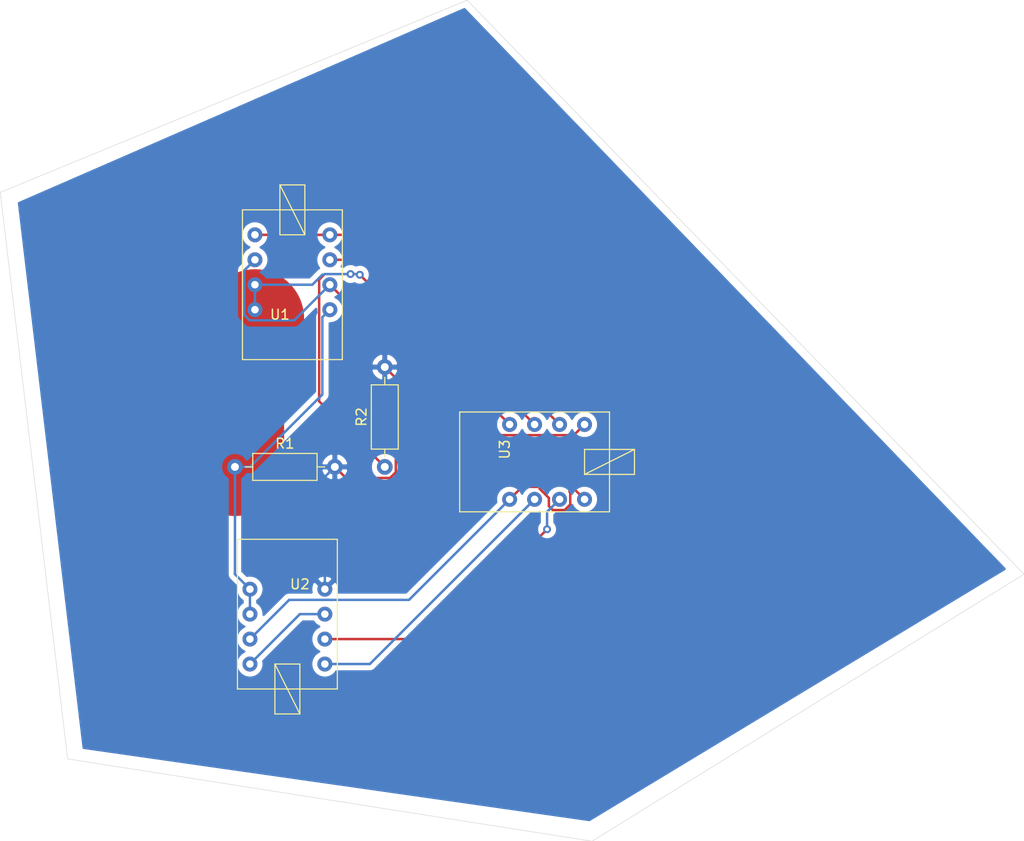
<source format=kicad_pcb>
(kicad_pcb (version 20171130) (host pcbnew "(5.1.9)-1")

  (general
    (thickness 1.6)
    (drawings 5)
    (tracks 71)
    (zones 0)
    (modules 5)
    (nets 10)
  )

  (page A4)
  (layers
    (0 F.Cu signal)
    (31 B.Cu signal)
    (32 B.Adhes user)
    (33 F.Adhes user)
    (34 B.Paste user)
    (35 F.Paste user)
    (36 B.SilkS user)
    (37 F.SilkS user)
    (38 B.Mask user)
    (39 F.Mask user)
    (40 Dwgs.User user)
    (41 Cmts.User user)
    (42 Eco1.User user)
    (43 Eco2.User user)
    (44 Edge.Cuts user)
    (45 Margin user)
    (46 B.CrtYd user)
    (47 F.CrtYd user)
    (48 B.Fab user)
    (49 F.Fab user)
  )

  (setup
    (last_trace_width 10)
    (user_trace_width 10)
    (trace_clearance 0.2)
    (zone_clearance 0.508)
    (zone_45_only no)
    (trace_min 0.2)
    (via_size 0.8)
    (via_drill 0.4)
    (via_min_size 0.4)
    (via_min_drill 0.3)
    (uvia_size 0.3)
    (uvia_drill 0.1)
    (uvias_allowed no)
    (uvia_min_size 0.2)
    (uvia_min_drill 0.1)
    (edge_width 0.05)
    (segment_width 0.2)
    (pcb_text_width 0.3)
    (pcb_text_size 1.5 1.5)
    (mod_edge_width 0.12)
    (mod_text_size 1 1)
    (mod_text_width 0.15)
    (pad_size 1.524 1.524)
    (pad_drill 0.762)
    (pad_to_mask_clearance 0)
    (aux_axis_origin 0 0)
    (visible_elements FFFFFF7F)
    (pcbplotparams
      (layerselection 0x010fc_ffffffff)
      (usegerberextensions false)
      (usegerberattributes true)
      (usegerberadvancedattributes true)
      (creategerberjobfile true)
      (excludeedgelayer true)
      (linewidth 0.100000)
      (plotframeref false)
      (viasonmask false)
      (mode 1)
      (useauxorigin false)
      (hpglpennumber 1)
      (hpglpenspeed 20)
      (hpglpendiameter 15.000000)
      (psnegative false)
      (psa4output false)
      (plotreference true)
      (plotvalue true)
      (plotinvisibletext false)
      (padsonsilk false)
      (subtractmaskfromsilk false)
      (outputformat 1)
      (mirror false)
      (drillshape 0)
      (scaleselection 1)
      (outputdirectory ""))
  )

  (net 0 "")
  (net 1 GND)
  (net 2 "Net-(R1-Pad1)")
  (net 3 "Net-(U1-Pad1)")
  (net 4 "Net-(U1-Pad7)")
  (net 5 "Net-(U1-Pad2)")
  (net 6 "Net-(U2-Pad3)")
  (net 7 "Net-(U2-Pad7)")
  (net 8 4)
  (net 9 1)

  (net_class Default "This is the default net class."
    (clearance 0.2)
    (trace_width 0.25)
    (via_dia 0.8)
    (via_drill 0.4)
    (uvia_dia 0.3)
    (uvia_drill 0.1)
    (add_net 1)
    (add_net 4)
    (add_net GND)
    (add_net "Net-(R1-Pad1)")
    (add_net "Net-(U1-Pad1)")
    (add_net "Net-(U1-Pad2)")
    (add_net "Net-(U1-Pad7)")
    (add_net "Net-(U2-Pad3)")
    (add_net "Net-(U2-Pad7)")
  )

  (module temp_lib:arduino (layer F.Cu) (tedit 6171FB6B) (tstamp 61725977)
    (at 137.16 83.566 270)
    (path /61722814)
    (fp_text reference U3 (at 0 0.5 90) (layer F.SilkS)
      (effects (font (size 1 1) (thickness 0.15)))
    )
    (fp_text value arduino (at 0 -0.5 90) (layer F.Fab)
      (effects (font (size 1 1) (thickness 0.15)))
    )
    (fp_line (start 3.81 -10.16) (end -3.81 -10.16) (layer F.SilkS) (width 0.12))
    (fp_line (start -3.81 -10.16) (end -3.81 5.08) (layer F.SilkS) (width 0.12))
    (fp_line (start -3.81 5.08) (end 6.35 5.08) (layer F.SilkS) (width 0.12))
    (fp_line (start 6.35 5.08) (end 6.35 -10.16) (layer F.SilkS) (width 0.12))
    (fp_line (start 6.35 -10.16) (end 3.81 -10.16) (layer F.SilkS) (width 0.12))
    (fp_line (start 0 -12.7) (end 0 -7.62) (layer F.SilkS) (width 0.12))
    (fp_line (start 0 -7.62) (end 2.54 -7.62) (layer F.SilkS) (width 0.12))
    (fp_line (start 2.54 -7.62) (end 0 -12.7) (layer F.SilkS) (width 0.12))
    (fp_line (start 0 -12.7) (end 2.54 -12.7) (layer F.SilkS) (width 0.12))
    (fp_line (start 2.54 -12.7) (end 2.54 -7.62) (layer F.SilkS) (width 0.12))
    (pad 8 thru_hole circle (at 5.08 -7.62 270) (size 1.524 1.524) (drill 0.762) (layers *.Cu *.Mask)
      (net 7 "Net-(U2-Pad7)"))
    (pad 7 thru_hole circle (at 5.08 -5.08 270) (size 1.524 1.524) (drill 0.762) (layers *.Cu *.Mask)
      (net 8 4))
    (pad 6 thru_hole circle (at 5.08 -2.54 270) (size 1.524 1.524) (drill 0.762) (layers *.Cu *.Mask)
      (net 9 1))
    (pad 5 thru_hole circle (at 5.08 0 270) (size 1.524 1.524) (drill 0.762) (layers *.Cu *.Mask)
      (net 7 "Net-(U2-Pad7)"))
    (pad 4 thru_hole circle (at -2.54 0 270) (size 1.524 1.524) (drill 0.762) (layers *.Cu *.Mask)
      (net 2 "Net-(R1-Pad1)"))
    (pad 3 thru_hole circle (at -2.54 -2.54 270) (size 1.524 1.524) (drill 0.762) (layers *.Cu *.Mask)
      (net 4 "Net-(U1-Pad7)"))
    (pad 2 thru_hole circle (at -2.54 -5.08 270) (size 1.524 1.524) (drill 0.762) (layers *.Cu *.Mask)
      (net 3 "Net-(U1-Pad1)"))
    (pad 1 thru_hole circle (at -2.54 -7.62 270) (size 1.524 1.524) (drill 0.762) (layers *.Cu *.Mask)
      (net 5 "Net-(U1-Pad2)"))
  )

  (module temp_lib:arduino (layer F.Cu) (tedit 6171FB6B) (tstamp 61725961)
    (at 115.824 97.79 180)
    (path /61722C22)
    (fp_text reference U2 (at 0 0.5) (layer F.SilkS)
      (effects (font (size 1 1) (thickness 0.15)))
    )
    (fp_text value arduino (at 0 -0.5) (layer F.Fab)
      (effects (font (size 1 1) (thickness 0.15)))
    )
    (fp_line (start 3.81 -10.16) (end -3.81 -10.16) (layer F.SilkS) (width 0.12))
    (fp_line (start -3.81 -10.16) (end -3.81 5.08) (layer F.SilkS) (width 0.12))
    (fp_line (start -3.81 5.08) (end 6.35 5.08) (layer F.SilkS) (width 0.12))
    (fp_line (start 6.35 5.08) (end 6.35 -10.16) (layer F.SilkS) (width 0.12))
    (fp_line (start 6.35 -10.16) (end 3.81 -10.16) (layer F.SilkS) (width 0.12))
    (fp_line (start 0 -12.7) (end 0 -7.62) (layer F.SilkS) (width 0.12))
    (fp_line (start 0 -7.62) (end 2.54 -7.62) (layer F.SilkS) (width 0.12))
    (fp_line (start 2.54 -7.62) (end 0 -12.7) (layer F.SilkS) (width 0.12))
    (fp_line (start 0 -12.7) (end 2.54 -12.7) (layer F.SilkS) (width 0.12))
    (fp_line (start 2.54 -12.7) (end 2.54 -7.62) (layer F.SilkS) (width 0.12))
    (pad 8 thru_hole circle (at 5.08 -7.62 180) (size 1.524 1.524) (drill 0.762) (layers *.Cu *.Mask)
      (net 6 "Net-(U2-Pad3)"))
    (pad 7 thru_hole circle (at 5.08 -5.08 180) (size 1.524 1.524) (drill 0.762) (layers *.Cu *.Mask)
      (net 7 "Net-(U2-Pad7)"))
    (pad 6 thru_hole circle (at 5.08 -2.54 180) (size 1.524 1.524) (drill 0.762) (layers *.Cu *.Mask)
      (net 2 "Net-(R1-Pad1)"))
    (pad 5 thru_hole circle (at 5.08 0 180) (size 1.524 1.524) (drill 0.762) (layers *.Cu *.Mask)
      (net 2 "Net-(R1-Pad1)"))
    (pad 4 thru_hole circle (at -2.54 0 180) (size 1.524 1.524) (drill 0.762) (layers *.Cu *.Mask)
      (net 1 GND))
    (pad 3 thru_hole circle (at -2.54 -2.54 180) (size 1.524 1.524) (drill 0.762) (layers *.Cu *.Mask)
      (net 6 "Net-(U2-Pad3)"))
    (pad 2 thru_hole circle (at -2.54 -5.08 180) (size 1.524 1.524) (drill 0.762) (layers *.Cu *.Mask)
      (net 8 4))
    (pad 1 thru_hole circle (at -2.54 -7.62 180) (size 1.524 1.524) (drill 0.762) (layers *.Cu *.Mask)
      (net 9 1))
  )

  (module temp_lib:arduino (layer F.Cu) (tedit 6171FB6B) (tstamp 6172594B)
    (at 113.792 69.342)
    (path /61721D2F)
    (fp_text reference U1 (at 0 0.5) (layer F.SilkS)
      (effects (font (size 1 1) (thickness 0.15)))
    )
    (fp_text value arduino (at 0 -0.5) (layer F.Fab)
      (effects (font (size 1 1) (thickness 0.15)))
    )
    (fp_line (start 3.81 -10.16) (end -3.81 -10.16) (layer F.SilkS) (width 0.12))
    (fp_line (start -3.81 -10.16) (end -3.81 5.08) (layer F.SilkS) (width 0.12))
    (fp_line (start -3.81 5.08) (end 6.35 5.08) (layer F.SilkS) (width 0.12))
    (fp_line (start 6.35 5.08) (end 6.35 -10.16) (layer F.SilkS) (width 0.12))
    (fp_line (start 6.35 -10.16) (end 3.81 -10.16) (layer F.SilkS) (width 0.12))
    (fp_line (start 0 -12.7) (end 0 -7.62) (layer F.SilkS) (width 0.12))
    (fp_line (start 0 -7.62) (end 2.54 -7.62) (layer F.SilkS) (width 0.12))
    (fp_line (start 2.54 -7.62) (end 0 -12.7) (layer F.SilkS) (width 0.12))
    (fp_line (start 0 -12.7) (end 2.54 -12.7) (layer F.SilkS) (width 0.12))
    (fp_line (start 2.54 -12.7) (end 2.54 -7.62) (layer F.SilkS) (width 0.12))
    (pad 8 thru_hole circle (at 5.08 -7.62) (size 1.524 1.524) (drill 0.762) (layers *.Cu *.Mask)
      (net 3 "Net-(U1-Pad1)"))
    (pad 7 thru_hole circle (at 5.08 -5.08) (size 1.524 1.524) (drill 0.762) (layers *.Cu *.Mask)
      (net 4 "Net-(U1-Pad7)"))
    (pad 6 thru_hole circle (at 5.08 -2.54) (size 1.524 1.524) (drill 0.762) (layers *.Cu *.Mask)
      (net 5 "Net-(U1-Pad2)"))
    (pad 5 thru_hole circle (at 5.08 0) (size 1.524 1.524) (drill 0.762) (layers *.Cu *.Mask)
      (net 2 "Net-(R1-Pad1)"))
    (pad 4 thru_hole circle (at -2.54 0) (size 1.524 1.524) (drill 0.762) (layers *.Cu *.Mask)
      (net 2 "Net-(R1-Pad1)"))
    (pad 3 thru_hole circle (at -2.54 -2.54) (size 1.524 1.524) (drill 0.762) (layers *.Cu *.Mask)
      (net 2 "Net-(R1-Pad1)"))
    (pad 2 thru_hole circle (at -2.54 -5.08) (size 1.524 1.524) (drill 0.762) (layers *.Cu *.Mask)
      (net 5 "Net-(U1-Pad2)"))
    (pad 1 thru_hole circle (at -2.54 -7.62) (size 1.524 1.524) (drill 0.762) (layers *.Cu *.Mask)
      (net 3 "Net-(U1-Pad1)"))
  )

  (module Resistor_THT:R_Axial_DIN0207_L6.3mm_D2.5mm_P10.16mm_Horizontal (layer F.Cu) (tedit 5AE5139B) (tstamp 61725935)
    (at 124.46 85.344 90)
    (descr "Resistor, Axial_DIN0207 series, Axial, Horizontal, pin pitch=10.16mm, 0.25W = 1/4W, length*diameter=6.3*2.5mm^2, http://cdn-reichelt.de/documents/datenblatt/B400/1_4W%23YAG.pdf")
    (tags "Resistor Axial_DIN0207 series Axial Horizontal pin pitch 10.16mm 0.25W = 1/4W length 6.3mm diameter 2.5mm")
    (path /617206F4)
    (fp_text reference R2 (at 5.08 -2.37 90) (layer F.SilkS)
      (effects (font (size 1 1) (thickness 0.15)))
    )
    (fp_text value R (at 5.08 2.37 90) (layer F.Fab)
      (effects (font (size 1 1) (thickness 0.15)))
    )
    (fp_text user %R (at 5.08 0 90) (layer F.Fab)
      (effects (font (size 1 1) (thickness 0.15)))
    )
    (fp_line (start 1.93 -1.25) (end 1.93 1.25) (layer F.Fab) (width 0.1))
    (fp_line (start 1.93 1.25) (end 8.23 1.25) (layer F.Fab) (width 0.1))
    (fp_line (start 8.23 1.25) (end 8.23 -1.25) (layer F.Fab) (width 0.1))
    (fp_line (start 8.23 -1.25) (end 1.93 -1.25) (layer F.Fab) (width 0.1))
    (fp_line (start 0 0) (end 1.93 0) (layer F.Fab) (width 0.1))
    (fp_line (start 10.16 0) (end 8.23 0) (layer F.Fab) (width 0.1))
    (fp_line (start 1.81 -1.37) (end 1.81 1.37) (layer F.SilkS) (width 0.12))
    (fp_line (start 1.81 1.37) (end 8.35 1.37) (layer F.SilkS) (width 0.12))
    (fp_line (start 8.35 1.37) (end 8.35 -1.37) (layer F.SilkS) (width 0.12))
    (fp_line (start 8.35 -1.37) (end 1.81 -1.37) (layer F.SilkS) (width 0.12))
    (fp_line (start 1.04 0) (end 1.81 0) (layer F.SilkS) (width 0.12))
    (fp_line (start 9.12 0) (end 8.35 0) (layer F.SilkS) (width 0.12))
    (fp_line (start -1.05 -1.5) (end -1.05 1.5) (layer F.CrtYd) (width 0.05))
    (fp_line (start -1.05 1.5) (end 11.21 1.5) (layer F.CrtYd) (width 0.05))
    (fp_line (start 11.21 1.5) (end 11.21 -1.5) (layer F.CrtYd) (width 0.05))
    (fp_line (start 11.21 -1.5) (end -1.05 -1.5) (layer F.CrtYd) (width 0.05))
    (pad 2 thru_hole oval (at 10.16 0 90) (size 1.6 1.6) (drill 0.8) (layers *.Cu *.Mask)
      (net 1 GND))
    (pad 1 thru_hole circle (at 0 0 90) (size 1.6 1.6) (drill 0.8) (layers *.Cu *.Mask)
      (net 2 "Net-(R1-Pad1)"))
    (model ${KISYS3DMOD}/Resistor_THT.3dshapes/R_Axial_DIN0207_L6.3mm_D2.5mm_P10.16mm_Horizontal.wrl
      (at (xyz 0 0 0))
      (scale (xyz 1 1 1))
      (rotate (xyz 0 0 0))
    )
  )

  (module Resistor_THT:R_Axial_DIN0207_L6.3mm_D2.5mm_P10.16mm_Horizontal (layer F.Cu) (tedit 5AE5139B) (tstamp 6172591E)
    (at 109.22 85.344)
    (descr "Resistor, Axial_DIN0207 series, Axial, Horizontal, pin pitch=10.16mm, 0.25W = 1/4W, length*diameter=6.3*2.5mm^2, http://cdn-reichelt.de/documents/datenblatt/B400/1_4W%23YAG.pdf")
    (tags "Resistor Axial_DIN0207 series Axial Horizontal pin pitch 10.16mm 0.25W = 1/4W length 6.3mm diameter 2.5mm")
    (path /6171FC85)
    (fp_text reference R1 (at 5.08 -2.37) (layer F.SilkS)
      (effects (font (size 1 1) (thickness 0.15)))
    )
    (fp_text value 10K (at 5.08 2.37) (layer F.Fab)
      (effects (font (size 1 1) (thickness 0.15)))
    )
    (fp_text user %R (at 5.08 0) (layer F.Fab)
      (effects (font (size 1 1) (thickness 0.15)))
    )
    (fp_line (start 1.93 -1.25) (end 1.93 1.25) (layer F.Fab) (width 0.1))
    (fp_line (start 1.93 1.25) (end 8.23 1.25) (layer F.Fab) (width 0.1))
    (fp_line (start 8.23 1.25) (end 8.23 -1.25) (layer F.Fab) (width 0.1))
    (fp_line (start 8.23 -1.25) (end 1.93 -1.25) (layer F.Fab) (width 0.1))
    (fp_line (start 0 0) (end 1.93 0) (layer F.Fab) (width 0.1))
    (fp_line (start 10.16 0) (end 8.23 0) (layer F.Fab) (width 0.1))
    (fp_line (start 1.81 -1.37) (end 1.81 1.37) (layer F.SilkS) (width 0.12))
    (fp_line (start 1.81 1.37) (end 8.35 1.37) (layer F.SilkS) (width 0.12))
    (fp_line (start 8.35 1.37) (end 8.35 -1.37) (layer F.SilkS) (width 0.12))
    (fp_line (start 8.35 -1.37) (end 1.81 -1.37) (layer F.SilkS) (width 0.12))
    (fp_line (start 1.04 0) (end 1.81 0) (layer F.SilkS) (width 0.12))
    (fp_line (start 9.12 0) (end 8.35 0) (layer F.SilkS) (width 0.12))
    (fp_line (start -1.05 -1.5) (end -1.05 1.5) (layer F.CrtYd) (width 0.05))
    (fp_line (start -1.05 1.5) (end 11.21 1.5) (layer F.CrtYd) (width 0.05))
    (fp_line (start 11.21 1.5) (end 11.21 -1.5) (layer F.CrtYd) (width 0.05))
    (fp_line (start 11.21 -1.5) (end -1.05 -1.5) (layer F.CrtYd) (width 0.05))
    (pad 2 thru_hole oval (at 10.16 0) (size 1.6 1.6) (drill 0.8) (layers *.Cu *.Mask)
      (net 1 GND))
    (pad 1 thru_hole circle (at 0 0) (size 1.6 1.6) (drill 0.8) (layers *.Cu *.Mask)
      (net 2 "Net-(R1-Pad1)"))
    (model ${KISYS3DMOD}/Resistor_THT.3dshapes/R_Axial_DIN0207_L6.3mm_D2.5mm_P10.16mm_Horizontal.wrl
      (at (xyz 0 0 0))
      (scale (xyz 1 1 1))
      (rotate (xyz 0 0 0))
    )
  )

  (gr_line (start 92.202 115.062) (end 85.344 57.404) (layer Edge.Cuts) (width 0.05) (tstamp 61725BD0))
  (gr_line (start 145.542 123.444) (end 92.202 115.062) (layer Edge.Cuts) (width 0.05))
  (gr_line (start 189.484 96.266) (end 145.542 123.444) (layer Edge.Cuts) (width 0.05))
  (gr_line (start 132.842 37.846) (end 189.484 96.266) (layer Edge.Cuts) (width 0.05))
  (gr_line (start 85.344 57.404) (end 132.842 37.846) (layer Edge.Cuts) (width 0.05))

  (segment (start 120.505001 86.469001) (end 119.38 85.344) (width 0.25) (layer F.Cu) (net 1))
  (segment (start 125.000001 86.469001) (end 120.505001 86.469001) (width 0.25) (layer F.Cu) (net 1))
  (segment (start 125.585001 85.884001) (end 125.000001 86.469001) (width 0.25) (layer F.Cu) (net 1))
  (segment (start 125.585001 76.309001) (end 125.585001 85.884001) (width 0.25) (layer F.Cu) (net 1))
  (segment (start 124.46 75.184) (end 125.585001 76.309001) (width 0.25) (layer F.Cu) (net 1))
  (segment (start 118.364 86.36) (end 119.38 85.344) (width 0.25) (layer B.Cu) (net 1))
  (segment (start 118.364 97.79) (end 118.364 86.36) (width 0.25) (layer B.Cu) (net 1))
  (segment (start 117.784999 78.668999) (end 124.46 85.344) (width 0.25) (layer F.Cu) (net 2))
  (segment (start 117.784999 66.280239) (end 117.784999 78.668999) (width 0.25) (layer F.Cu) (net 2))
  (segment (start 118.350239 65.714999) (end 117.784999 66.280239) (width 0.25) (layer F.Cu) (net 2))
  (segment (start 121.848999 65.714999) (end 118.350239 65.714999) (width 0.25) (layer F.Cu) (net 2))
  (segment (start 137.16 81.026) (end 121.92 65.786) (width 0.25) (layer F.Cu) (net 2))
  (segment (start 109.22 96.266) (end 110.744 97.79) (width 0.25) (layer B.Cu) (net 2))
  (segment (start 109.22 85.344) (end 109.22 96.266) (width 0.25) (layer B.Cu) (net 2))
  (segment (start 110.744 100.33) (end 110.744 97.79) (width 0.25) (layer B.Cu) (net 2))
  (segment (start 109.22 85.344) (end 110.744 85.344) (width 0.25) (layer B.Cu) (net 2))
  (segment (start 118.110001 70.103999) (end 118.872 69.342) (width 0.25) (layer B.Cu) (net 2))
  (segment (start 118.11 77.978) (end 118.110001 70.103999) (width 0.25) (layer B.Cu) (net 2))
  (segment (start 110.744 85.344) (end 118.11 77.978) (width 0.25) (layer B.Cu) (net 2))
  (segment (start 111.252 66.802) (end 111.252 69.342) (width 0.25) (layer B.Cu) (net 2))
  (segment (start 111.252 66.802) (end 117.094 66.802) (width 0.25) (layer B.Cu) (net 2))
  (segment (start 117.094 66.802) (end 118.11 65.786) (width 0.25) (layer B.Cu) (net 2))
  (segment (start 118.279238 65.786) (end 118.350239 65.714999) (width 0.25) (layer B.Cu) (net 2))
  (segment (start 118.11 65.786) (end 118.279238 65.786) (width 0.25) (layer B.Cu) (net 2))
  (segment (start 118.350239 65.714999) (end 120.975001 65.714999) (width 0.25) (layer B.Cu) (net 2))
  (segment (start 121.92 65.786) (end 121.848999 65.714999) (width 0.25) (layer F.Cu) (net 2) (tstamp 61725BD4))
  (via (at 121.92 65.786) (size 0.8) (drill 0.4) (layers F.Cu B.Cu) (net 2))
  (segment (start 120.975001 65.714999) (end 121.848999 65.714999) (width 0.25) (layer B.Cu) (net 2) (tstamp 61725BD6))
  (via (at 120.975001 65.714999) (size 0.8) (drill 0.4) (layers F.Cu B.Cu) (net 2))
  (segment (start 109.22 72.256001) (end 111.252 70.224001) (width 10) (layer F.Cu) (net 2))
  (segment (start 109.22 85.344) (end 109.22 72.256001) (width 10) (layer F.Cu) (net 2))
  (segment (start 111.252 61.722) (end 118.872 61.722) (width 0.25) (layer F.Cu) (net 3))
  (segment (start 122.936 61.722) (end 142.24 81.026) (width 0.25) (layer F.Cu) (net 3))
  (segment (start 118.872 61.722) (end 122.936 61.722) (width 0.25) (layer F.Cu) (net 3))
  (segment (start 122.936 64.262) (end 118.872 64.262) (width 0.25) (layer F.Cu) (net 4))
  (segment (start 139.7 81.026) (end 122.936 64.262) (width 0.25) (layer F.Cu) (net 4))
  (segment (start 143.692999 82.113001) (end 134.183001 82.113001) (width 0.25) (layer F.Cu) (net 5))
  (segment (start 144.78 81.026) (end 143.692999 82.113001) (width 0.25) (layer F.Cu) (net 5))
  (segment (start 134.183001 82.113001) (end 118.872 66.802) (width 0.25) (layer F.Cu) (net 5))
  (segment (start 115.244999 70.429001) (end 118.872 66.802) (width 0.25) (layer B.Cu) (net 5))
  (segment (start 110.730239 70.429001) (end 115.244999 70.429001) (width 0.25) (layer B.Cu) (net 5))
  (segment (start 110.164999 69.863761) (end 110.730239 70.429001) (width 0.25) (layer B.Cu) (net 5))
  (segment (start 110.164999 65.349001) (end 110.164999 69.863761) (width 0.25) (layer B.Cu) (net 5))
  (segment (start 111.252 64.262) (end 110.164999 65.349001) (width 0.25) (layer B.Cu) (net 5))
  (segment (start 115.824 100.33) (end 110.744 105.41) (width 0.25) (layer B.Cu) (net 6))
  (segment (start 118.364 100.33) (end 115.824 100.33) (width 0.25) (layer B.Cu) (net 6))
  (segment (start 137.16 88.646) (end 138.43 87.376) (width 0.25) (layer F.Cu) (net 7))
  (segment (start 140.208 87.122) (end 139.954 87.376) (width 0.25) (layer F.Cu) (net 7))
  (segment (start 142.748 87.122) (end 140.208 87.122) (width 0.25) (layer F.Cu) (net 7))
  (segment (start 138.43 87.376) (end 139.954 87.376) (width 0.25) (layer F.Cu) (net 7))
  (segment (start 141.152999 88.503998) (end 141.152999 89.336999) (width 0.25) (layer F.Cu) (net 7))
  (segment (start 140.208 87.558999) (end 141.152999 88.503998) (width 0.25) (layer F.Cu) (net 7))
  (segment (start 140.208 87.122) (end 140.208 87.558999) (width 0.25) (layer F.Cu) (net 7))
  (segment (start 142.761761 89.733001) (end 143.327001 89.167761) (width 0.25) (layer F.Cu) (net 7))
  (segment (start 143.327001 89.167761) (end 143.327001 87.955001) (width 0.25) (layer F.Cu) (net 7))
  (segment (start 141.549001 89.733001) (end 142.761761 89.733001) (width 0.25) (layer F.Cu) (net 7))
  (segment (start 141.152999 89.336999) (end 141.549001 89.733001) (width 0.25) (layer F.Cu) (net 7))
  (segment (start 143.327001 87.955001) (end 143.256 87.884) (width 0.25) (layer F.Cu) (net 7))
  (segment (start 143.256 87.884) (end 143.256 87.122) (width 0.25) (layer F.Cu) (net 7))
  (segment (start 143.256 87.122) (end 144.78 88.646) (width 0.25) (layer F.Cu) (net 7))
  (segment (start 114.736999 98.877001) (end 110.744 102.87) (width 0.25) (layer B.Cu) (net 7))
  (segment (start 126.928999 98.877001) (end 114.736999 98.877001) (width 0.25) (layer B.Cu) (net 7))
  (segment (start 137.16 88.646) (end 126.928999 98.877001) (width 0.25) (layer B.Cu) (net 7))
  (segment (start 118.364 102.87) (end 129.794 102.87) (width 0.25) (layer F.Cu) (net 8))
  (segment (start 129.794 102.87) (end 140.97 91.694) (width 0.25) (layer F.Cu) (net 8))
  (segment (start 140.97 91.694) (end 140.97 91.694) (width 0.25) (layer F.Cu) (net 8) (tstamp 61725BD2))
  (via (at 140.97 91.694) (size 0.8) (drill 0.4) (layers F.Cu B.Cu) (net 8))
  (segment (start 140.97 89.916) (end 142.24 88.646) (width 0.25) (layer B.Cu) (net 8))
  (segment (start 140.97 91.694) (end 140.97 89.916) (width 0.25) (layer B.Cu) (net 8))
  (segment (start 122.936 105.41) (end 118.364 105.41) (width 0.25) (layer B.Cu) (net 9))
  (segment (start 139.7 88.646) (end 122.936 105.41) (width 0.25) (layer B.Cu) (net 9))

  (zone (net 1) (net_name GND) (layer B.Cu) (tstamp 61725BD9) (hatch edge 0.508)
    (connect_pads (clearance 0.508))
    (min_thickness 0.254)
    (fill yes (arc_segments 32) (thermal_gap 0.508) (thermal_bridge_width 0.508))
    (polygon
      (pts
        (xy 187.706 95.758) (xy 145.288 121.412) (xy 93.726 114.046) (xy 87.122 58.42) (xy 132.588 38.608)
      )
    )
    (filled_polygon
      (pts
        (xy 187.504152 95.731656) (xy 145.261076 121.279864) (xy 93.840604 113.934082) (xy 90.429569 85.202665) (xy 107.785 85.202665)
        (xy 107.785 85.485335) (xy 107.840147 85.762574) (xy 107.94832 86.023727) (xy 108.105363 86.258759) (xy 108.305241 86.458637)
        (xy 108.46 86.562043) (xy 108.460001 96.228668) (xy 108.456324 96.266) (xy 108.460001 96.303333) (xy 108.470998 96.414986)
        (xy 108.475273 96.429078) (xy 108.514454 96.558246) (xy 108.585026 96.690276) (xy 108.656201 96.777002) (xy 108.68 96.806001)
        (xy 108.708998 96.829799) (xy 109.377628 97.49843) (xy 109.347 97.652408) (xy 109.347 97.927592) (xy 109.400686 98.19749)
        (xy 109.505995 98.451727) (xy 109.65888 98.680535) (xy 109.853465 98.87512) (xy 109.984001 98.962341) (xy 109.984 99.157659)
        (xy 109.853465 99.24488) (xy 109.65888 99.439465) (xy 109.505995 99.668273) (xy 109.400686 99.92251) (xy 109.347 100.192408)
        (xy 109.347 100.467592) (xy 109.400686 100.73749) (xy 109.505995 100.991727) (xy 109.65888 101.220535) (xy 109.853465 101.41512)
        (xy 110.082273 101.568005) (xy 110.159515 101.6) (xy 110.082273 101.631995) (xy 109.853465 101.78488) (xy 109.65888 101.979465)
        (xy 109.505995 102.208273) (xy 109.400686 102.46251) (xy 109.347 102.732408) (xy 109.347 103.007592) (xy 109.400686 103.27749)
        (xy 109.505995 103.531727) (xy 109.65888 103.760535) (xy 109.853465 103.95512) (xy 110.082273 104.108005) (xy 110.159515 104.14)
        (xy 110.082273 104.171995) (xy 109.853465 104.32488) (xy 109.65888 104.519465) (xy 109.505995 104.748273) (xy 109.400686 105.00251)
        (xy 109.347 105.272408) (xy 109.347 105.547592) (xy 109.400686 105.81749) (xy 109.505995 106.071727) (xy 109.65888 106.300535)
        (xy 109.853465 106.49512) (xy 110.082273 106.648005) (xy 110.33651 106.753314) (xy 110.606408 106.807) (xy 110.881592 106.807)
        (xy 111.15149 106.753314) (xy 111.405727 106.648005) (xy 111.634535 106.49512) (xy 111.82912 106.300535) (xy 111.982005 106.071727)
        (xy 112.087314 105.81749) (xy 112.141 105.547592) (xy 112.141 105.272408) (xy 112.110372 105.118429) (xy 116.138802 101.09)
        (xy 117.191659 101.09) (xy 117.27888 101.220535) (xy 117.473465 101.41512) (xy 117.702273 101.568005) (xy 117.779515 101.6)
        (xy 117.702273 101.631995) (xy 117.473465 101.78488) (xy 117.27888 101.979465) (xy 117.125995 102.208273) (xy 117.020686 102.46251)
        (xy 116.967 102.732408) (xy 116.967 103.007592) (xy 117.020686 103.27749) (xy 117.125995 103.531727) (xy 117.27888 103.760535)
        (xy 117.473465 103.95512) (xy 117.702273 104.108005) (xy 117.779515 104.14) (xy 117.702273 104.171995) (xy 117.473465 104.32488)
        (xy 117.27888 104.519465) (xy 117.125995 104.748273) (xy 117.020686 105.00251) (xy 116.967 105.272408) (xy 116.967 105.547592)
        (xy 117.020686 105.81749) (xy 117.125995 106.071727) (xy 117.27888 106.300535) (xy 117.473465 106.49512) (xy 117.702273 106.648005)
        (xy 117.95651 106.753314) (xy 118.226408 106.807) (xy 118.501592 106.807) (xy 118.77149 106.753314) (xy 119.025727 106.648005)
        (xy 119.254535 106.49512) (xy 119.44912 106.300535) (xy 119.536341 106.17) (xy 122.898678 106.17) (xy 122.936 106.173676)
        (xy 122.973322 106.17) (xy 122.973333 106.17) (xy 123.084986 106.159003) (xy 123.228247 106.115546) (xy 123.360276 106.044974)
        (xy 123.476001 105.950001) (xy 123.499804 105.920997) (xy 139.40843 90.012372) (xy 139.562408 90.043) (xy 139.837592 90.043)
        (xy 140.10749 89.989314) (xy 140.209388 89.947106) (xy 140.210001 89.953332) (xy 140.21 90.990289) (xy 140.166063 91.034226)
        (xy 140.052795 91.203744) (xy 139.974774 91.392102) (xy 139.935 91.592061) (xy 139.935 91.795939) (xy 139.974774 91.995898)
        (xy 140.052795 92.184256) (xy 140.166063 92.353774) (xy 140.310226 92.497937) (xy 140.479744 92.611205) (xy 140.668102 92.689226)
        (xy 140.868061 92.729) (xy 141.071939 92.729) (xy 141.271898 92.689226) (xy 141.460256 92.611205) (xy 141.629774 92.497937)
        (xy 141.773937 92.353774) (xy 141.887205 92.184256) (xy 141.965226 91.995898) (xy 142.005 91.795939) (xy 142.005 91.592061)
        (xy 141.965226 91.392102) (xy 141.887205 91.203744) (xy 141.773937 91.034226) (xy 141.73 90.990289) (xy 141.73 90.230801)
        (xy 141.94843 90.012372) (xy 142.102408 90.043) (xy 142.377592 90.043) (xy 142.64749 89.989314) (xy 142.901727 89.884005)
        (xy 143.130535 89.73112) (xy 143.32512 89.536535) (xy 143.478005 89.307727) (xy 143.51 89.230485) (xy 143.541995 89.307727)
        (xy 143.69488 89.536535) (xy 143.889465 89.73112) (xy 144.118273 89.884005) (xy 144.37251 89.989314) (xy 144.642408 90.043)
        (xy 144.917592 90.043) (xy 145.18749 89.989314) (xy 145.441727 89.884005) (xy 145.670535 89.73112) (xy 145.86512 89.536535)
        (xy 146.018005 89.307727) (xy 146.123314 89.05349) (xy 146.177 88.783592) (xy 146.177 88.508408) (xy 146.123314 88.23851)
        (xy 146.018005 87.984273) (xy 145.86512 87.755465) (xy 145.670535 87.56088) (xy 145.441727 87.407995) (xy 145.18749 87.302686)
        (xy 144.917592 87.249) (xy 144.642408 87.249) (xy 144.37251 87.302686) (xy 144.118273 87.407995) (xy 143.889465 87.56088)
        (xy 143.69488 87.755465) (xy 143.541995 87.984273) (xy 143.51 88.061515) (xy 143.478005 87.984273) (xy 143.32512 87.755465)
        (xy 143.130535 87.56088) (xy 142.901727 87.407995) (xy 142.64749 87.302686) (xy 142.377592 87.249) (xy 142.102408 87.249)
        (xy 141.83251 87.302686) (xy 141.578273 87.407995) (xy 141.349465 87.56088) (xy 141.15488 87.755465) (xy 141.001995 87.984273)
        (xy 140.97 88.061515) (xy 140.938005 87.984273) (xy 140.78512 87.755465) (xy 140.590535 87.56088) (xy 140.361727 87.407995)
        (xy 140.10749 87.302686) (xy 139.837592 87.249) (xy 139.562408 87.249) (xy 139.29251 87.302686) (xy 139.038273 87.407995)
        (xy 138.809465 87.56088) (xy 138.61488 87.755465) (xy 138.461995 87.984273) (xy 138.43 88.061515) (xy 138.398005 87.984273)
        (xy 138.24512 87.755465) (xy 138.050535 87.56088) (xy 137.821727 87.407995) (xy 137.56749 87.302686) (xy 137.297592 87.249)
        (xy 137.022408 87.249) (xy 136.75251 87.302686) (xy 136.498273 87.407995) (xy 136.269465 87.56088) (xy 136.07488 87.755465)
        (xy 135.921995 87.984273) (xy 135.816686 88.23851) (xy 135.763 88.508408) (xy 135.763 88.783592) (xy 135.793628 88.93757)
        (xy 126.614198 98.117001) (xy 119.722224 98.117001) (xy 119.753023 97.992865) (xy 119.76591 97.717983) (xy 119.724922 97.445867)
        (xy 119.631636 97.186977) (xy 119.569656 97.07102) (xy 119.329565 97.00404) (xy 118.543605 97.79) (xy 118.557748 97.804143)
        (xy 118.378143 97.983748) (xy 118.364 97.969605) (xy 118.349858 97.983748) (xy 118.170253 97.804143) (xy 118.184395 97.79)
        (xy 117.398435 97.00404) (xy 117.158344 97.07102) (xy 117.041244 97.320048) (xy 116.974977 97.587135) (xy 116.96209 97.862017)
        (xy 117.000497 98.117001) (xy 114.774321 98.117001) (xy 114.736998 98.113325) (xy 114.699675 98.117001) (xy 114.699666 98.117001)
        (xy 114.588013 98.127998) (xy 114.444752 98.171455) (xy 114.312723 98.242027) (xy 114.196998 98.337) (xy 114.1732 98.365998)
        (xy 112.141 100.398199) (xy 112.141 100.192408) (xy 112.087314 99.92251) (xy 111.982005 99.668273) (xy 111.82912 99.439465)
        (xy 111.634535 99.24488) (xy 111.504 99.157659) (xy 111.504 98.962341) (xy 111.634535 98.87512) (xy 111.82912 98.680535)
        (xy 111.982005 98.451727) (xy 112.087314 98.19749) (xy 112.141 97.927592) (xy 112.141 97.652408) (xy 112.087314 97.38251)
        (xy 111.982005 97.128273) (xy 111.82912 96.899465) (xy 111.75409 96.824435) (xy 117.57804 96.824435) (xy 118.364 97.610395)
        (xy 119.14996 96.824435) (xy 119.08298 96.584344) (xy 118.833952 96.467244) (xy 118.566865 96.400977) (xy 118.291983 96.38809)
        (xy 118.019867 96.429078) (xy 117.760977 96.522364) (xy 117.64502 96.584344) (xy 117.57804 96.824435) (xy 111.75409 96.824435)
        (xy 111.634535 96.70488) (xy 111.405727 96.551995) (xy 111.15149 96.446686) (xy 110.881592 96.393) (xy 110.606408 96.393)
        (xy 110.45243 96.423628) (xy 109.98 95.951199) (xy 109.98 86.562043) (xy 110.134759 86.458637) (xy 110.334637 86.258759)
        (xy 110.438043 86.104) (xy 110.706678 86.104) (xy 110.744 86.107676) (xy 110.781322 86.104) (xy 110.781333 86.104)
        (xy 110.892986 86.093003) (xy 111.036247 86.049546) (xy 111.168276 85.978974) (xy 111.284001 85.884001) (xy 111.307804 85.854997)
        (xy 111.469762 85.693039) (xy 117.988096 85.693039) (xy 118.028754 85.827087) (xy 118.148963 86.08142) (xy 118.316481 86.307414)
        (xy 118.524869 86.496385) (xy 118.766119 86.64107) (xy 119.03096 86.735909) (xy 119.253 86.614624) (xy 119.253 85.471)
        (xy 119.507 85.471) (xy 119.507 86.614624) (xy 119.72904 86.735909) (xy 119.993881 86.64107) (xy 120.235131 86.496385)
        (xy 120.443519 86.307414) (xy 120.611037 86.08142) (xy 120.731246 85.827087) (xy 120.771904 85.693039) (xy 120.649915 85.471)
        (xy 119.507 85.471) (xy 119.253 85.471) (xy 118.110085 85.471) (xy 117.988096 85.693039) (xy 111.469762 85.693039)
        (xy 112.16784 84.994961) (xy 117.988096 84.994961) (xy 118.110085 85.217) (xy 119.253 85.217) (xy 119.253 84.073376)
        (xy 119.507 84.073376) (xy 119.507 85.217) (xy 120.649915 85.217) (xy 120.65779 85.202665) (xy 123.025 85.202665)
        (xy 123.025 85.485335) (xy 123.080147 85.762574) (xy 123.18832 86.023727) (xy 123.345363 86.258759) (xy 123.545241 86.458637)
        (xy 123.780273 86.61568) (xy 124.041426 86.723853) (xy 124.318665 86.779) (xy 124.601335 86.779) (xy 124.878574 86.723853)
        (xy 125.139727 86.61568) (xy 125.374759 86.458637) (xy 125.574637 86.258759) (xy 125.73168 86.023727) (xy 125.839853 85.762574)
        (xy 125.895 85.485335) (xy 125.895 85.202665) (xy 125.839853 84.925426) (xy 125.73168 84.664273) (xy 125.574637 84.429241)
        (xy 125.374759 84.229363) (xy 125.139727 84.07232) (xy 124.878574 83.964147) (xy 124.601335 83.909) (xy 124.318665 83.909)
        (xy 124.041426 83.964147) (xy 123.780273 84.07232) (xy 123.545241 84.229363) (xy 123.345363 84.429241) (xy 123.18832 84.664273)
        (xy 123.080147 84.925426) (xy 123.025 85.202665) (xy 120.65779 85.202665) (xy 120.771904 84.994961) (xy 120.731246 84.860913)
        (xy 120.611037 84.60658) (xy 120.443519 84.380586) (xy 120.235131 84.191615) (xy 119.993881 84.04693) (xy 119.72904 83.952091)
        (xy 119.507 84.073376) (xy 119.253 84.073376) (xy 119.03096 83.952091) (xy 118.766119 84.04693) (xy 118.524869 84.191615)
        (xy 118.316481 84.380586) (xy 118.148963 84.60658) (xy 118.028754 84.860913) (xy 117.988096 84.994961) (xy 112.16784 84.994961)
        (xy 116.274393 80.888408) (xy 135.763 80.888408) (xy 135.763 81.163592) (xy 135.816686 81.43349) (xy 135.921995 81.687727)
        (xy 136.07488 81.916535) (xy 136.269465 82.11112) (xy 136.498273 82.264005) (xy 136.75251 82.369314) (xy 137.022408 82.423)
        (xy 137.297592 82.423) (xy 137.56749 82.369314) (xy 137.821727 82.264005) (xy 138.050535 82.11112) (xy 138.24512 81.916535)
        (xy 138.398005 81.687727) (xy 138.43 81.610485) (xy 138.461995 81.687727) (xy 138.61488 81.916535) (xy 138.809465 82.11112)
        (xy 139.038273 82.264005) (xy 139.29251 82.369314) (xy 139.562408 82.423) (xy 139.837592 82.423) (xy 140.10749 82.369314)
        (xy 140.361727 82.264005) (xy 140.590535 82.11112) (xy 140.78512 81.916535) (xy 140.938005 81.687727) (xy 140.97 81.610485)
        (xy 141.001995 81.687727) (xy 141.15488 81.916535) (xy 141.349465 82.11112) (xy 141.578273 82.264005) (xy 141.83251 82.369314)
        (xy 142.102408 82.423) (xy 142.377592 82.423) (xy 142.64749 82.369314) (xy 142.901727 82.264005) (xy 143.130535 82.11112)
        (xy 143.32512 81.916535) (xy 143.478005 81.687727) (xy 143.51 81.610485) (xy 143.541995 81.687727) (xy 143.69488 81.916535)
        (xy 143.889465 82.11112) (xy 144.118273 82.264005) (xy 144.37251 82.369314) (xy 144.642408 82.423) (xy 144.917592 82.423)
        (xy 145.18749 82.369314) (xy 145.441727 82.264005) (xy 145.670535 82.11112) (xy 145.86512 81.916535) (xy 146.018005 81.687727)
        (xy 146.123314 81.43349) (xy 146.177 81.163592) (xy 146.177 80.888408) (xy 146.123314 80.61851) (xy 146.018005 80.364273)
        (xy 145.86512 80.135465) (xy 145.670535 79.94088) (xy 145.441727 79.787995) (xy 145.18749 79.682686) (xy 144.917592 79.629)
        (xy 144.642408 79.629) (xy 144.37251 79.682686) (xy 144.118273 79.787995) (xy 143.889465 79.94088) (xy 143.69488 80.135465)
        (xy 143.541995 80.364273) (xy 143.51 80.441515) (xy 143.478005 80.364273) (xy 143.32512 80.135465) (xy 143.130535 79.94088)
        (xy 142.901727 79.787995) (xy 142.64749 79.682686) (xy 142.377592 79.629) (xy 142.102408 79.629) (xy 141.83251 79.682686)
        (xy 141.578273 79.787995) (xy 141.349465 79.94088) (xy 141.15488 80.135465) (xy 141.001995 80.364273) (xy 140.97 80.441515)
        (xy 140.938005 80.364273) (xy 140.78512 80.135465) (xy 140.590535 79.94088) (xy 140.361727 79.787995) (xy 140.10749 79.682686)
        (xy 139.837592 79.629) (xy 139.562408 79.629) (xy 139.29251 79.682686) (xy 139.038273 79.787995) (xy 138.809465 79.94088)
        (xy 138.61488 80.135465) (xy 138.461995 80.364273) (xy 138.43 80.441515) (xy 138.398005 80.364273) (xy 138.24512 80.135465)
        (xy 138.050535 79.94088) (xy 137.821727 79.787995) (xy 137.56749 79.682686) (xy 137.297592 79.629) (xy 137.022408 79.629)
        (xy 136.75251 79.682686) (xy 136.498273 79.787995) (xy 136.269465 79.94088) (xy 136.07488 80.135465) (xy 135.921995 80.364273)
        (xy 135.816686 80.61851) (xy 135.763 80.888408) (xy 116.274393 80.888408) (xy 118.621007 78.541795) (xy 118.65 78.518001)
        (xy 118.673794 78.489008) (xy 118.673799 78.489003) (xy 118.744974 78.402277) (xy 118.815546 78.270247) (xy 118.859002 78.126987)
        (xy 118.873676 77.978001) (xy 118.869999 77.940668) (xy 118.869999 75.53304) (xy 123.068091 75.53304) (xy 123.16293 75.797881)
        (xy 123.307615 76.039131) (xy 123.496586 76.247519) (xy 123.72258 76.415037) (xy 123.976913 76.535246) (xy 124.110961 76.575904)
        (xy 124.333 76.453915) (xy 124.333 75.311) (xy 124.587 75.311) (xy 124.587 76.453915) (xy 124.809039 76.575904)
        (xy 124.943087 76.535246) (xy 125.19742 76.415037) (xy 125.423414 76.247519) (xy 125.612385 76.039131) (xy 125.75707 75.797881)
        (xy 125.851909 75.53304) (xy 125.730624 75.311) (xy 124.587 75.311) (xy 124.333 75.311) (xy 123.189376 75.311)
        (xy 123.068091 75.53304) (xy 118.869999 75.53304) (xy 118.869999 74.83496) (xy 123.068091 74.83496) (xy 123.189376 75.057)
        (xy 124.333 75.057) (xy 124.333 73.914085) (xy 124.587 73.914085) (xy 124.587 75.057) (xy 125.730624 75.057)
        (xy 125.851909 74.83496) (xy 125.75707 74.570119) (xy 125.612385 74.328869) (xy 125.423414 74.120481) (xy 125.19742 73.952963)
        (xy 124.943087 73.832754) (xy 124.809039 73.792096) (xy 124.587 73.914085) (xy 124.333 73.914085) (xy 124.110961 73.792096)
        (xy 123.976913 73.832754) (xy 123.72258 73.952963) (xy 123.496586 74.120481) (xy 123.307615 74.328869) (xy 123.16293 74.570119)
        (xy 123.068091 74.83496) (xy 118.869999 74.83496) (xy 118.870001 70.739) (xy 119.009592 70.739) (xy 119.27949 70.685314)
        (xy 119.533727 70.580005) (xy 119.762535 70.42712) (xy 119.95712 70.232535) (xy 120.110005 70.003727) (xy 120.215314 69.74949)
        (xy 120.269 69.479592) (xy 120.269 69.204408) (xy 120.215314 68.93451) (xy 120.110005 68.680273) (xy 119.95712 68.451465)
        (xy 119.762535 68.25688) (xy 119.533727 68.103995) (xy 119.456485 68.072) (xy 119.533727 68.040005) (xy 119.762535 67.88712)
        (xy 119.95712 67.692535) (xy 120.110005 67.463727) (xy 120.215314 67.20949) (xy 120.269 66.939592) (xy 120.269 66.664408)
        (xy 120.231324 66.474999) (xy 120.27129 66.474999) (xy 120.315227 66.518936) (xy 120.484745 66.632204) (xy 120.673103 66.710225)
        (xy 120.873062 66.749999) (xy 121.07694 66.749999) (xy 121.276899 66.710225) (xy 121.377738 66.668456) (xy 121.429744 66.703205)
        (xy 121.618102 66.781226) (xy 121.818061 66.821) (xy 122.021939 66.821) (xy 122.221898 66.781226) (xy 122.410256 66.703205)
        (xy 122.579774 66.589937) (xy 122.723937 66.445774) (xy 122.837205 66.276256) (xy 122.915226 66.087898) (xy 122.955 65.887939)
        (xy 122.955 65.684061) (xy 122.915226 65.484102) (xy 122.837205 65.295744) (xy 122.723937 65.126226) (xy 122.579774 64.982063)
        (xy 122.410256 64.868795) (xy 122.221898 64.790774) (xy 122.021939 64.751) (xy 121.818061 64.751) (xy 121.618102 64.790774)
        (xy 121.517263 64.832543) (xy 121.465257 64.797794) (xy 121.276899 64.719773) (xy 121.07694 64.679999) (xy 120.873062 64.679999)
        (xy 120.673103 64.719773) (xy 120.484745 64.797794) (xy 120.315227 64.911062) (xy 120.27129 64.954999) (xy 120.08911 64.954999)
        (xy 120.110005 64.923727) (xy 120.215314 64.66949) (xy 120.269 64.399592) (xy 120.269 64.124408) (xy 120.215314 63.85451)
        (xy 120.110005 63.600273) (xy 119.95712 63.371465) (xy 119.762535 63.17688) (xy 119.533727 63.023995) (xy 119.456485 62.992)
        (xy 119.533727 62.960005) (xy 119.762535 62.80712) (xy 119.95712 62.612535) (xy 120.110005 62.383727) (xy 120.215314 62.12949)
        (xy 120.269 61.859592) (xy 120.269 61.584408) (xy 120.215314 61.31451) (xy 120.110005 61.060273) (xy 119.95712 60.831465)
        (xy 119.762535 60.63688) (xy 119.533727 60.483995) (xy 119.27949 60.378686) (xy 119.009592 60.325) (xy 118.734408 60.325)
        (xy 118.46451 60.378686) (xy 118.210273 60.483995) (xy 117.981465 60.63688) (xy 117.78688 60.831465) (xy 117.633995 61.060273)
        (xy 117.528686 61.31451) (xy 117.475 61.584408) (xy 117.475 61.859592) (xy 117.528686 62.12949) (xy 117.633995 62.383727)
        (xy 117.78688 62.612535) (xy 117.981465 62.80712) (xy 118.210273 62.960005) (xy 118.287515 62.992) (xy 118.210273 63.023995)
        (xy 117.981465 63.17688) (xy 117.78688 63.371465) (xy 117.633995 63.600273) (xy 117.528686 63.85451) (xy 117.475 64.124408)
        (xy 117.475 64.399592) (xy 117.528686 64.66949) (xy 117.633995 64.923727) (xy 117.759516 65.111582) (xy 117.685723 65.151026)
        (xy 117.626029 65.200016) (xy 117.569999 65.245999) (xy 117.546201 65.274997) (xy 116.779199 66.042) (xy 112.424341 66.042)
        (xy 112.33712 65.911465) (xy 112.142535 65.71688) (xy 111.913727 65.563995) (xy 111.836485 65.532) (xy 111.913727 65.500005)
        (xy 112.142535 65.34712) (xy 112.33712 65.152535) (xy 112.490005 64.923727) (xy 112.595314 64.66949) (xy 112.649 64.399592)
        (xy 112.649 64.124408) (xy 112.595314 63.85451) (xy 112.490005 63.600273) (xy 112.33712 63.371465) (xy 112.142535 63.17688)
        (xy 111.913727 63.023995) (xy 111.836485 62.992) (xy 111.913727 62.960005) (xy 112.142535 62.80712) (xy 112.33712 62.612535)
        (xy 112.490005 62.383727) (xy 112.595314 62.12949) (xy 112.649 61.859592) (xy 112.649 61.584408) (xy 112.595314 61.31451)
        (xy 112.490005 61.060273) (xy 112.33712 60.831465) (xy 112.142535 60.63688) (xy 111.913727 60.483995) (xy 111.65949 60.378686)
        (xy 111.389592 60.325) (xy 111.114408 60.325) (xy 110.84451 60.378686) (xy 110.590273 60.483995) (xy 110.361465 60.63688)
        (xy 110.16688 60.831465) (xy 110.013995 61.060273) (xy 109.908686 61.31451) (xy 109.855 61.584408) (xy 109.855 61.859592)
        (xy 109.908686 62.12949) (xy 110.013995 62.383727) (xy 110.16688 62.612535) (xy 110.361465 62.80712) (xy 110.590273 62.960005)
        (xy 110.667515 62.992) (xy 110.590273 63.023995) (xy 110.361465 63.17688) (xy 110.16688 63.371465) (xy 110.013995 63.600273)
        (xy 109.908686 63.85451) (xy 109.855 64.124408) (xy 109.855 64.399592) (xy 109.885628 64.553571) (xy 109.654001 64.785197)
        (xy 109.624998 64.809) (xy 109.575926 64.868795) (xy 109.530025 64.924725) (xy 109.507965 64.965996) (xy 109.459453 65.056755)
        (xy 109.415996 65.200016) (xy 109.404999 65.311669) (xy 109.404999 65.311679) (xy 109.401323 65.349001) (xy 109.404999 65.386324)
        (xy 109.405 69.826429) (xy 109.401323 69.863761) (xy 109.415997 70.012746) (xy 109.459453 70.156007) (xy 109.530025 70.288037)
        (xy 109.6012 70.374763) (xy 109.624999 70.403762) (xy 109.653997 70.42756) (xy 110.166439 70.940003) (xy 110.190238 70.969002)
        (xy 110.219236 70.9928) (xy 110.305962 71.063975) (xy 110.437992 71.134547) (xy 110.581253 71.178004) (xy 110.692906 71.189001)
        (xy 110.692915 71.189001) (xy 110.730238 71.192677) (xy 110.767561 71.189001) (xy 115.207677 71.189001) (xy 115.244999 71.192677)
        (xy 115.282321 71.189001) (xy 115.282332 71.189001) (xy 115.393985 71.178004) (xy 115.537246 71.134547) (xy 115.669275 71.063975)
        (xy 115.785 70.969002) (xy 115.808803 70.939998) (xy 117.475 69.273801) (xy 117.475 69.479592) (xy 117.507048 69.640706)
        (xy 117.475027 69.679723) (xy 117.404455 69.811753) (xy 117.360999 69.955014) (xy 117.346325 70.103999) (xy 117.350002 70.141331)
        (xy 117.35 77.663198) (xy 110.434501 84.578698) (xy 110.334637 84.429241) (xy 110.134759 84.229363) (xy 109.899727 84.07232)
        (xy 109.638574 83.964147) (xy 109.361335 83.909) (xy 109.078665 83.909) (xy 108.801426 83.964147) (xy 108.540273 84.07232)
        (xy 108.305241 84.229363) (xy 108.105363 84.429241) (xy 107.94832 84.664273) (xy 107.840147 84.925426) (xy 107.785 85.202665)
        (xy 90.429569 85.202665) (xy 87.259239 58.498731) (xy 132.557841 38.759675)
      )
    )
  )
)

</source>
